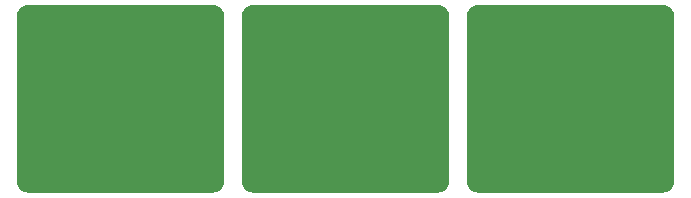
<source format=gbr>
G04 #@! TF.GenerationSoftware,KiCad,Pcbnew,(5.1.4-0)*
G04 #@! TF.CreationDate,2020-11-08T11:40:52+08:00*
G04 #@! TF.ProjectId,plate,706c6174-652e-46b6-9963-61645f706362,rev?*
G04 #@! TF.SameCoordinates,Original*
G04 #@! TF.FileFunction,Soldermask,Top*
G04 #@! TF.FilePolarity,Negative*
%FSLAX46Y46*%
G04 Gerber Fmt 4.6, Leading zero omitted, Abs format (unit mm)*
G04 Created by KiCad (PCBNEW (5.1.4-0)) date 2020-11-08 11:40:52*
%MOMM*%
%LPD*%
G04 APERTURE LIST*
%ADD10C,0.100000*%
G04 APERTURE END LIST*
D10*
G36*
X214407437Y-80966743D02*
G01*
X214574769Y-81017503D01*
X214728975Y-81099928D01*
X214864143Y-81210857D01*
X214975072Y-81346025D01*
X215057497Y-81500231D01*
X215108257Y-81667563D01*
X215126000Y-81847716D01*
X215126000Y-95952284D01*
X215108257Y-96132437D01*
X215057497Y-96299769D01*
X214975072Y-96453975D01*
X214864143Y-96589143D01*
X214728975Y-96700072D01*
X214574769Y-96782497D01*
X214407437Y-96833257D01*
X214227284Y-96851000D01*
X198522716Y-96851000D01*
X198342563Y-96833257D01*
X198175231Y-96782497D01*
X198021025Y-96700072D01*
X197885857Y-96589143D01*
X197774928Y-96453975D01*
X197692503Y-96299769D01*
X197641743Y-96132437D01*
X197624000Y-95952284D01*
X197624000Y-81847716D01*
X197641743Y-81667563D01*
X197692503Y-81500231D01*
X197774928Y-81346025D01*
X197885857Y-81210857D01*
X198021025Y-81099928D01*
X198175231Y-81017503D01*
X198342563Y-80966743D01*
X198522716Y-80949000D01*
X214227284Y-80949000D01*
X214407437Y-80966743D01*
X214407437Y-80966743D01*
G37*
G36*
X195357437Y-80966743D02*
G01*
X195524769Y-81017503D01*
X195678975Y-81099928D01*
X195814143Y-81210857D01*
X195925072Y-81346025D01*
X196007497Y-81500231D01*
X196058257Y-81667563D01*
X196076000Y-81847716D01*
X196076000Y-95952284D01*
X196058257Y-96132437D01*
X196007497Y-96299769D01*
X195925072Y-96453975D01*
X195814143Y-96589143D01*
X195678975Y-96700072D01*
X195524769Y-96782497D01*
X195357437Y-96833257D01*
X195177284Y-96851000D01*
X179472716Y-96851000D01*
X179292563Y-96833257D01*
X179125231Y-96782497D01*
X178971025Y-96700072D01*
X178835857Y-96589143D01*
X178724928Y-96453975D01*
X178642503Y-96299769D01*
X178591743Y-96132437D01*
X178574000Y-95952284D01*
X178574000Y-81847716D01*
X178591743Y-81667563D01*
X178642503Y-81500231D01*
X178724928Y-81346025D01*
X178835857Y-81210857D01*
X178971025Y-81099928D01*
X179125231Y-81017503D01*
X179292563Y-80966743D01*
X179472716Y-80949000D01*
X195177284Y-80949000D01*
X195357437Y-80966743D01*
X195357437Y-80966743D01*
G37*
G36*
X176307437Y-80966743D02*
G01*
X176474769Y-81017503D01*
X176628975Y-81099928D01*
X176764143Y-81210857D01*
X176875072Y-81346025D01*
X176957497Y-81500231D01*
X177008257Y-81667563D01*
X177026000Y-81847716D01*
X177026000Y-95952284D01*
X177008257Y-96132437D01*
X176957497Y-96299769D01*
X176875072Y-96453975D01*
X176764143Y-96589143D01*
X176628975Y-96700072D01*
X176474769Y-96782497D01*
X176307437Y-96833257D01*
X176127284Y-96851000D01*
X160422716Y-96851000D01*
X160242563Y-96833257D01*
X160075231Y-96782497D01*
X159921025Y-96700072D01*
X159785857Y-96589143D01*
X159674928Y-96453975D01*
X159592503Y-96299769D01*
X159541743Y-96132437D01*
X159524000Y-95952284D01*
X159524000Y-81847716D01*
X159541743Y-81667563D01*
X159592503Y-81500231D01*
X159674928Y-81346025D01*
X159785857Y-81210857D01*
X159921025Y-81099928D01*
X160075231Y-81017503D01*
X160242563Y-80966743D01*
X160422716Y-80949000D01*
X176127284Y-80949000D01*
X176307437Y-80966743D01*
X176307437Y-80966743D01*
G37*
M02*

</source>
